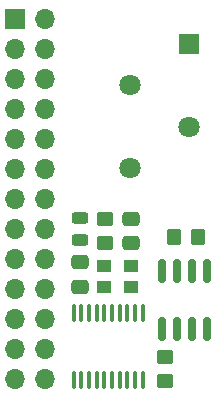
<source format=gbr>
%TF.GenerationSoftware,KiCad,Pcbnew,7.0.6-0*%
%TF.CreationDate,2023-10-30T11:37:55+11:00*%
%TF.ProjectId,controllino-can,636f6e74-726f-46c6-9c69-6e6f2d63616e,rev?*%
%TF.SameCoordinates,Original*%
%TF.FileFunction,Soldermask,Top*%
%TF.FilePolarity,Negative*%
%FSLAX46Y46*%
G04 Gerber Fmt 4.6, Leading zero omitted, Abs format (unit mm)*
G04 Created by KiCad (PCBNEW 7.0.6-0) date 2023-10-30 11:37:55*
%MOMM*%
%LPD*%
G01*
G04 APERTURE LIST*
G04 Aperture macros list*
%AMRoundRect*
0 Rectangle with rounded corners*
0 $1 Rounding radius*
0 $2 $3 $4 $5 $6 $7 $8 $9 X,Y pos of 4 corners*
0 Add a 4 corners polygon primitive as box body*
4,1,4,$2,$3,$4,$5,$6,$7,$8,$9,$2,$3,0*
0 Add four circle primitives for the rounded corners*
1,1,$1+$1,$2,$3*
1,1,$1+$1,$4,$5*
1,1,$1+$1,$6,$7*
1,1,$1+$1,$8,$9*
0 Add four rect primitives between the rounded corners*
20,1,$1+$1,$2,$3,$4,$5,0*
20,1,$1+$1,$4,$5,$6,$7,0*
20,1,$1+$1,$6,$7,$8,$9,0*
20,1,$1+$1,$8,$9,$2,$3,0*%
G04 Aperture macros list end*
%ADD10RoundRect,0.250000X0.450000X-0.350000X0.450000X0.350000X-0.450000X0.350000X-0.450000X-0.350000X0*%
%ADD11RoundRect,0.100000X-0.100000X0.637500X-0.100000X-0.637500X0.100000X-0.637500X0.100000X0.637500X0*%
%ADD12R,1.800000X1.800000*%
%ADD13C,1.800000*%
%ADD14RoundRect,0.250000X-0.350000X-0.450000X0.350000X-0.450000X0.350000X0.450000X-0.350000X0.450000X0*%
%ADD15RoundRect,0.243750X0.456250X-0.243750X0.456250X0.243750X-0.456250X0.243750X-0.456250X-0.243750X0*%
%ADD16RoundRect,0.250000X-0.475000X0.337500X-0.475000X-0.337500X0.475000X-0.337500X0.475000X0.337500X0*%
%ADD17RoundRect,0.250000X0.475000X-0.337500X0.475000X0.337500X-0.475000X0.337500X-0.475000X-0.337500X0*%
%ADD18R,1.300000X1.100000*%
%ADD19RoundRect,0.150000X0.150000X-0.825000X0.150000X0.825000X-0.150000X0.825000X-0.150000X-0.825000X0*%
%ADD20R,1.700000X1.700000*%
%ADD21O,1.700000X1.700000*%
G04 APERTURE END LIST*
D10*
%TO.C,R6*%
X72771000Y-60706000D03*
X72771000Y-58706000D03*
%TD*%
D11*
%TO.C,U1*%
X75950000Y-66622500D03*
X75300000Y-66622500D03*
X74650000Y-66622500D03*
X74000000Y-66622500D03*
X73350000Y-66622500D03*
X72700000Y-66622500D03*
X72050000Y-66622500D03*
X71400000Y-66622500D03*
X70750000Y-66622500D03*
X70100000Y-66622500D03*
X70100000Y-72347500D03*
X70750000Y-72347500D03*
X71400000Y-72347500D03*
X72050000Y-72347500D03*
X72700000Y-72347500D03*
X73350000Y-72347500D03*
X74000000Y-72347500D03*
X74650000Y-72347500D03*
X75300000Y-72347500D03*
X75950000Y-72347500D03*
%TD*%
D12*
%TO.C,J5*%
X79883000Y-43870500D03*
D13*
X74883000Y-47370500D03*
X79883000Y-50870500D03*
X74883000Y-54370500D03*
%TD*%
D14*
%TO.C,R1*%
X78629000Y-60198000D03*
X80629000Y-60198000D03*
%TD*%
D15*
%TO.C,D3*%
X70612000Y-60438000D03*
X70612000Y-58563000D03*
%TD*%
D10*
%TO.C,R4*%
X77851000Y-72374000D03*
X77851000Y-70374000D03*
%TD*%
D16*
%TO.C,C8*%
X74930000Y-58668500D03*
X74930000Y-60743500D03*
%TD*%
D17*
%TO.C,C9*%
X70612000Y-64405000D03*
X70612000Y-62330000D03*
%TD*%
D18*
%TO.C,Y2*%
X74965500Y-62648500D03*
X72665500Y-62648500D03*
X72665500Y-64448500D03*
X74965500Y-64448500D03*
%TD*%
D19*
%TO.C,U2*%
X77597000Y-68023000D03*
X78867000Y-68023000D03*
X80137000Y-68023000D03*
X81407000Y-68023000D03*
X81407000Y-63073000D03*
X80137000Y-63073000D03*
X78867000Y-63073000D03*
X77597000Y-63073000D03*
%TD*%
D20*
%TO.C,J2*%
X65151000Y-41783000D03*
D21*
X67691000Y-41783000D03*
X65151000Y-44323000D03*
X67691000Y-44323000D03*
X65151000Y-46863000D03*
X67691000Y-46863000D03*
X65151000Y-49403000D03*
X67691000Y-49403000D03*
X65151000Y-51943000D03*
X67691000Y-51943000D03*
X65151000Y-54483000D03*
X67691000Y-54483000D03*
X65151000Y-57023000D03*
X67691000Y-57023000D03*
X65151000Y-59563000D03*
X67691000Y-59563000D03*
X65151000Y-62103000D03*
X67691000Y-62103000D03*
X65151000Y-64643000D03*
X67691000Y-64643000D03*
X65151000Y-67183000D03*
X67691000Y-67183000D03*
X65151000Y-69723000D03*
X67691000Y-69723000D03*
X65151000Y-72263000D03*
X67691000Y-72263000D03*
%TD*%
M02*

</source>
